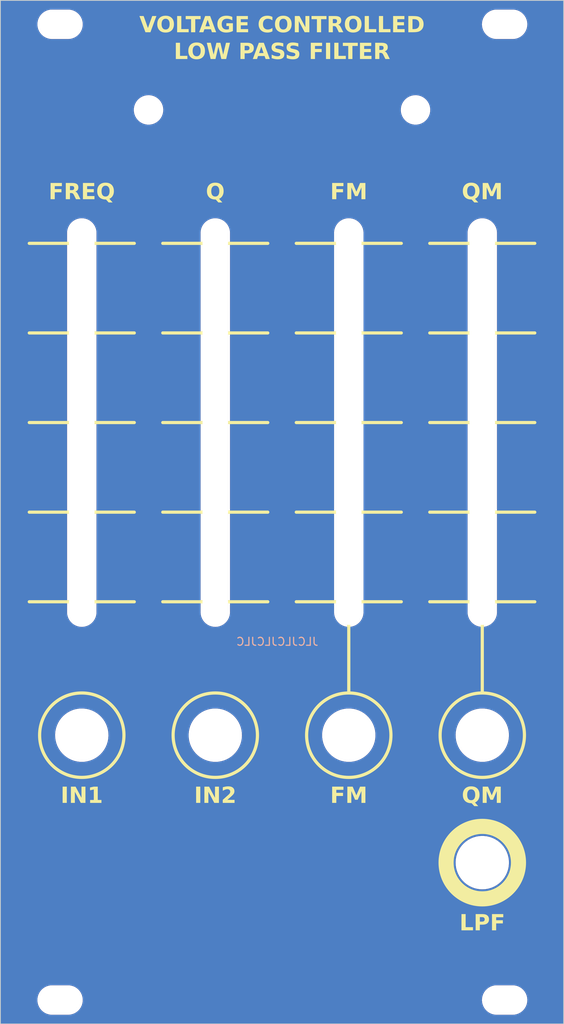
<source format=kicad_pcb>
(kicad_pcb (version 20221018) (generator pcbnew)
  (layers (0 "F.Cu" signal) (31 "B.Cu" signal) (34 "B.Paste" user) (35 "F.Paste" user) (36 "B.SilkS" user "B.Silkscreen") (37 "F.SilkS" user "F.Silkscreen") (38 "B.Mask" user) (39 "F.Mask" user) (44 "Edge.Cuts" user))
  (net 0 "")
  (footprint "Dans_Eurorack:Mounting_Hole_6.2mm_Thonkiconn_Input_Round" (layer "F.Cu") (at 74.83 128)
    (fp_text reference "REF**" hide)
    (fp_text value "Mounting_Hole_6.2mm_Thonkiconn_Input_Round" hide)
    (fp_text user "IN1" (at 0 6.5 unlocked) (layer "F.SilkS") (effects (font (size 2 2) (thickness 0.1)) (justify top)))
    (fp_circle (center 0 0) (end 5.3 0) (stroke (width 0.4)) (fill none) (layer "F.SilkS"))
    (pad "" np_thru_hole circle (at 0 0) (size 6.2 6.2) (drill 6.2) (layers "F&B.Cu" "*.Mask"))
  )
  (footprint "Dans_Eurorack:Fader_Slot_3.2x45mm" (layer "F.Cu") (at 108.39 88.75)
    (fp_text reference "REF**" hide)
    (fp_text value "Fader_Slot_3.2x45mm" hide)
    (fp_text user "FM" (at 0 -27.7 unlocked) (layer "F.SilkS") (effects (font (size 2 2) (thickness 0.1)) (justify bottom)))
    (fp_line (start -6.6 -22.5) (end -1.6 -22.5) (stroke (width 0.4)) (layer "F.SilkS"))
    (fp_line (start -6.6 -11.25) (end -1.6 -11.25) (stroke (width 0.4)) (layer "F.SilkS"))
    (fp_line (start -6.6 0) (end -1.6 0) (stroke (width 0.4)) (layer "F.SilkS"))
    (fp_line (start -6.6 11.25) (end -1.6 11.25) (stroke (width 0.4)) (layer "F.SilkS"))
    (fp_line (start -6.6 22.5) (end -1.6 22.5) (stroke (width 0.4)) (layer "F.SilkS"))
    (fp_line (start 1.6 -22.5) (end 6.6 -22.5) (stroke (width 0.4)) (layer "F.SilkS"))
    (fp_line (start 1.6 -11.25) (end 6.6 -11.25) (stroke (width 0.4)) (layer "F.SilkS"))
    (fp_line (start 1.6 0) (end 6.6 0) (stroke (width 0.4)) (layer "F.SilkS"))
    (fp_line (start 1.6 11.25) (end 6.6 11.25) (stroke (width 0.4)) (layer "F.SilkS"))
    (fp_line (start 1.6 22.5) (end 6.6 22.5) (stroke (width 0.4)) (layer "F.SilkS"))
    (pad "" np_thru_hole oval (at 0 0) (size 3.2 50.8) (drill oval 3.2 50.8) (layers "F&B.Cu" "*.Mask"))
  )
  (footprint "Dans_Eurorack:Mounting_Hole_6.2mm_Thonkiconn_Input_Round" (layer "F.Cu") (at 125.17 128)
    (fp_text reference "REF**" hide)
    (fp_text value "Mounting_Hole_6.2mm_Thonkiconn_Input_Round" hide)
    (fp_text user "QM" (at 0 6.5 unlocked) (layer "F.SilkS") (effects (font (size 2 2) (thickness 0.1)) (justify top)))
    (fp_circle (center 0 0) (end 5.3 0) (stroke (width 0.4)) (fill none) (layer "F.SilkS"))
    (pad "" np_thru_hole circle (at 0 0) (size 6.2 6.2) (drill 6.2) (layers "F&B.Cu" "*.Mask"))
  )
  (footprint "Dans_Eurorack:Mounting_Slot_3.2x5.2mm" (layer "F.Cu") (at 72.1 38.75)
    (fp_text reference "REF**" hide)
    (fp_text value "Mounting_Slot_3.2x5.2mm" hide)
    (pad "" np_thru_hole oval (at 0 0) (size 5.2 3.2) (drill oval 5.2 3.2) (layers "F&B.Cu" "*.Mask"))
  )
  (footprint "Dans_Eurorack:Fader_Slot_3.2x45mm" (layer "F.Cu") (at 74.83 88.75)
    (fp_text reference "REF**" hide)
    (fp_text value "Fader_Slot_3.2x45mm" hide)
    (fp_text user "FREQ" (at 0 -27.7 unlocked) (layer "F.SilkS") (effects (font (size 2 2) (thickness 0.1)) (justify bottom)))
    (fp_line (start -6.6 -22.5) (end -1.6 -22.5) (stroke (width 0.4)) (layer "F.SilkS"))
    (fp_line (start -6.6 -11.25) (end -1.6 -11.25) (stroke (width 0.4)) (layer "F.SilkS"))
    (fp_line (start -6.6 0) (end -1.6 0) (stroke (width 0.4)) (layer "F.SilkS"))
    (fp_line (start -6.6 11.25) (end -1.6 11.25) (stroke (width 0.4)) (layer "F.SilkS"))
    (fp_line (start -6.6 22.5) (end -1.6 22.5) (stroke (width 0.4)) (layer "F.SilkS"))
    (fp_line (start 1.6 -22.5) (end 6.6 -22.5) (stroke (width 0.4)) (layer "F.SilkS"))
    (fp_line (start 1.6 -11.25) (end 6.6 -11.25) (stroke (width 0.4)) (layer "F.SilkS"))
    (fp_line (start 1.6 0) (end 6.6 0) (stroke (width 0.4)) (layer "F.SilkS"))
    (fp_line (start 1.6 11.25) (end 6.6 11.25) (stroke (width 0.4)) (layer "F.SilkS"))
    (fp_line (start 1.6 22.5) (end 6.6 22.5) (stroke (width 0.4)) (layer "F.SilkS"))
    (pad "" np_thru_hole oval (at 0 0) (size 3.2 50.8) (drill oval 3.2 50.8) (layers "F&B.Cu" "*.Mask"))
  )
  (footprint "Dans_Eurorack:Mounting_Slot_3.2x5.2mm" (layer "F.Cu") (at 127.98 161.25)
    (fp_text reference "REF**" hide)
    (fp_text value "Mounting_Slot_3.2x5.2mm" hide)
    (pad "" np_thru_hole oval (at 0 0) (size 5.2 3.2) (drill oval 5.2 3.2) (layers "F&B.Cu" "*.Mask"))
  )
  (footprint "Dans_Eurorack:Mounting_Hole_6.2mm_Thonkiconn_Output_Round" (layer "F.Cu") (at 125.17 144)
    (fp_text reference "REF**" hide)
    (fp_text value "Mounting_Hole_6.2mm_Thonkiconn_Output_Round" hide)
    (fp_text user "LPF" (at 0 6.5 unlocked) (layer "F.SilkS") (effects (font (size 2 2) (thickness 0.1)) (justify top)))
    (fp_circle (center 0 0) (end 4.55 0) (stroke (width 1.9)) (fill none) (layer "F.SilkS"))
    (pad "" np_thru_hole circle (at 0 0) (size 6.2 6.2) (drill 6.2) (layers "F&B.Cu" "*.Mask"))
  )
  (footprint "Dans_Eurorack:Mounting_Hole_6.2mm_Thonkiconn_Input_Round" (layer "F.Cu") (at 108.39 128)
    (fp_text reference "REF**" hide)
    (fp_text value "Mounting_Hole_6.2mm_Thonkiconn_Input_Round" hide)
    (fp_text user "FM" (at 0 6.5 unlocked) (layer "F.SilkS") (effects (font (size 2 2) (thickness 0.1)) (justify top)))
    (fp_circle (center 0 0) (end 5.3 0) (stroke (width 0.4)) (fill none) (layer "F.SilkS"))
    (pad "" np_thru_hole circle (at 0 0) (size 6.2 6.2) (drill 6.2) (layers "F&B.Cu" "*.Mask"))
  )
  (footprint "Dans_Eurorack:Fader_Slot_3.2x45mm" (layer "F.Cu") (at 125.17 88.75)
    (fp_text reference "REF**" hide)
    (fp_text value "Fader_Slot_3.2x45mm" hide)
    (fp_text user "QM" (at 0 -27.7 unlocked) (layer "F.SilkS") (effects (font (size 2 2) (thickness 0.1)) (justify bottom)))
    (fp_line (start -6.6 -22.5) (end -1.6 -22.5) (stroke (width 0.4)) (layer "F.SilkS"))
    (fp_line (start -6.6 -11.25) (end -1.6 -11.25) (stroke (width 0.4)) (layer "F.SilkS"))
    (fp_line (start -6.6 0) (end -1.6 0) (stroke (width 0.4)) (layer "F.SilkS"))
    (fp_line (start -6.6 11.25) (end -1.6 11.25) (stroke (width 0.4)) (layer "F.SilkS"))
    (fp_line (start -6.6 22.5) (end -1.6 22.5) (stroke (width 0.4)) (layer "F.SilkS"))
    (fp_line (start 1.6 -22.5) (end 6.6 -22.5) (stroke (width 0.4)) (layer "F.SilkS"))
    (fp_line (start 1.6 -11.25) (end 6.6 -11.25) (stroke (width 0.4)) (layer "F.SilkS"))
    (fp_line (start 1.6 0) (end 6.6 0) (stroke (width 0.4)) (layer "F.SilkS"))
    (fp_line (start 1.6 11.25) (end 6.6 11.25) (stroke (width 0.4)) (layer "F.SilkS"))
    (fp_line (start 1.6 22.5) (end 6.6 22.5) (stroke (width 0.4)) (layer "F.SilkS"))
    (pad "" np_thru_hole oval (at 0 0) (size 3.2 50.8) (drill oval 3.2 50.8) (layers "F&B.Cu" "*.Mask"))
  )
  (footprint "Dans_Eurorack:Mounting_Hole_6.2mm_Thonkiconn_Input_Round" (layer "F.Cu") (at 91.61 128)
    (fp_text reference "REF**" hide)
    (fp_text value "Mounting_Hole_6.2mm_Thonkiconn_Input_Round" hide)
    (fp_text user "IN2" (at 0 6.5 unlocked) (layer "F.SilkS") (effects (font (size 2 2) (thickness 0.1)) (justify top)))
    (fp_circle (center 0 0) (end 5.3 0) (stroke (width 0.4)) (fill none) (layer "F.SilkS"))
    (pad "" np_thru_hole circle (at 0 0) (size 6.2 6.2) (drill 6.2) (layers "F&B.Cu" "*.Mask"))
  )
  (footprint "Dans_Eurorack:Fader_Slot_3.2x45mm" (layer "F.Cu") (at 91.61 88.75)
    (fp_text reference "REF**" hide)
    (fp_text value "Fader_Slot_3.2x45mm" hide)
    (fp_text user "Q" (at 0 -27.7 unlocked) (layer "F.SilkS") (effects (font (size 2 2) (thickness 0.1)) (justify bottom)))
    (fp_line (start -6.6 -22.5) (end -1.6 -22.5) (stroke (width 0.4)) (layer "F.SilkS"))
    (fp_line (start -6.6 -11.25) (end -1.6 -11.25) (stroke (width 0.4)) (layer "F.SilkS"))
    (fp_line (start -6.6 0) (end -1.6 0) (stroke (width 0.4)) (layer "F.SilkS"))
    (fp_line (start -6.6 11.25) (end -1.6 11.25) (stroke (width 0.4)) (layer "F.SilkS"))
    (fp_line (start -6.6 22.5) (end -1.6 22.5) (stroke (width 0.4)) (layer "F.SilkS"))
    (fp_line (start 1.6 -22.5) (end 6.6 -22.5) (stroke (width 0.4)) (layer "F.SilkS"))
    (fp_line (start 1.6 -11.25) (end 6.6 -11.25) (stroke (width 0.4)) (layer "F.SilkS"))
    (fp_line (start 1.6 0) (end 6.6 0) (stroke (width 0.4)) (layer "F.SilkS"))
    (fp_line (start 1.6 11.25) (end 6.6 11.25) (stroke (width 0.4)) (layer "F.SilkS"))
    (fp_line (start 1.6 22.5) (end 6.6 22.5) (stroke (width 0.4)) (layer "F.SilkS"))
    (pad "" np_thru_hole oval (at 0 0) (size 3.2 50.8) (drill oval 3.2 50.8) (layers "F&B.Cu" "*.Mask"))
  )
  (footprint "Dans_Eurorack:Mounting_Slot_3.2x5.2mm" (layer "F.Cu") (at 127.98 38.75)
    (fp_text reference "REF**" hide)
    (fp_text value "Mounting_Slot_3.2x5.2mm" hide)
    (pad "" np_thru_hole oval (at 0 0) (size 5.2 3.2) (drill oval 5.2 3.2) (layers "F&B.Cu" "*.Mask"))
  )
  (footprint "MountingHole:MountingHole_3.2mm_M3" (layer "F.Cu") (at 83.22 49.5)
    (fp_text reference "REF**" hide)
    (fp_text value "MountingHole_3.2mm_M3" hide)
    (pad "" np_thru_hole circle (at 0 0) (size 3.2 3.2) (drill 3.2) (layers "*.Cu" "*.Mask"))
  )
  (footprint "MountingHole:MountingHole_3.2mm_M3" (layer "F.Cu") (at 116.78 49.5)
    (fp_text reference "REF**" hide)
    (fp_text value "MountingHole_3.2mm_M3" hide)
    (pad "" np_thru_hole circle (at 0 0) (size 3.2 3.2) (drill 3.2) (layers "*.Cu" "*.Mask"))
  )
  (footprint "Dans_Eurorack:Mounting_Slot_3.2x5.2mm" (layer "F.Cu") (at 72.1 161.25)
    (fp_text reference "REF**" hide)
    (fp_text value "Mounting_Slot_3.2x5.2mm" hide)
    (pad "" np_thru_hole oval (at 0 0) (size 5.2 3.2) (drill oval 5.2 3.2) (layers "F&B.Cu" "*.Mask"))
  )
  (gr_line (start 108.39 114.15) (end 108.39 122.5) (stroke (width 0.4)) (layer "F.SilkS"))
  (gr_line (start 125.17 114.15) (end 125.17 122.5) (stroke (width 0.4)) (layer "F.SilkS"))
  (gr_rect (start 64.6 35.75) (end 135.4 164.25) (stroke (width 0.1)) (fill none) (layer "Edge.Cuts"))
  (gr_text "JLCJLCJLCJLC" (at 104.648 116.84) (layer "B.SilkS") (effects (font (size 1 1)) (justify left bottom mirror)))
  (gr_text "VOLTAGE CONTROLLED\nLOW PASS FILTER" (at 100 37.75) (layer "F.SilkS") (effects (font (size 2 2) (thickness 0.375)) (justify top)))
  (zone (net 0) (net_name "") (layers "F&B.Cu") (connect_pads (clearance 0)) (min_thickness 0.25) (fill yes (thermal_gap 0.5) (thermal_bridge_width 0.5) (island_removal_mode 1) (island_area_min 10))
    (polygon (pts (xy 64.6 35.75) (xy 135.4 35.75) (xy 135.4 164.25) (xy 64.6 164.25)))
  )
)
</source>
